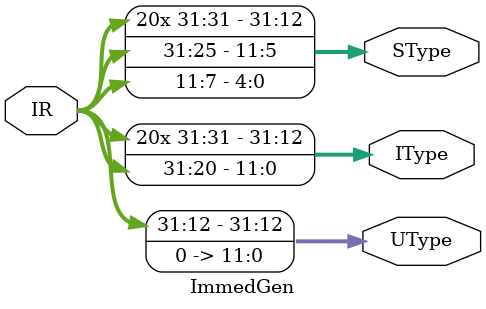
<source format=sv>
`timescale 1ns / 1ps


module ImmedGen(
    input [31:7] IR,
    output logic [31:0] UType,
    output logic [31:0] IType,
    output logic [31:0] SType
    );
    
    always_comb
    begin
    UType = {IR[31:12], 12'b0};
    IType = {{20{IR[31]}},IR[31:20]};
    SType = {{20{IR[31]}}, IR[31:25], IR[11:7]};    
    end
    
endmodule

</source>
